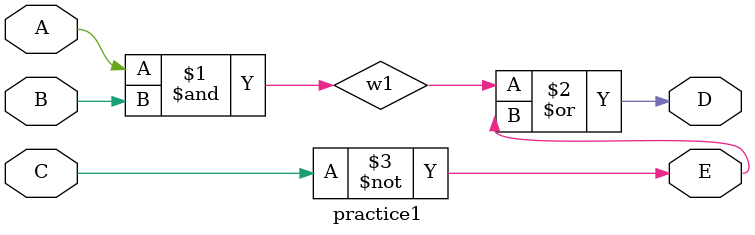
<source format=v>
module practice1(A, B, C, D, E);
input A, B, C;
output D, E;
wire w1;

and G1(w1, A, B);
not G2(E, C);
or G3 (D, w1, E);

endmodule



</source>
